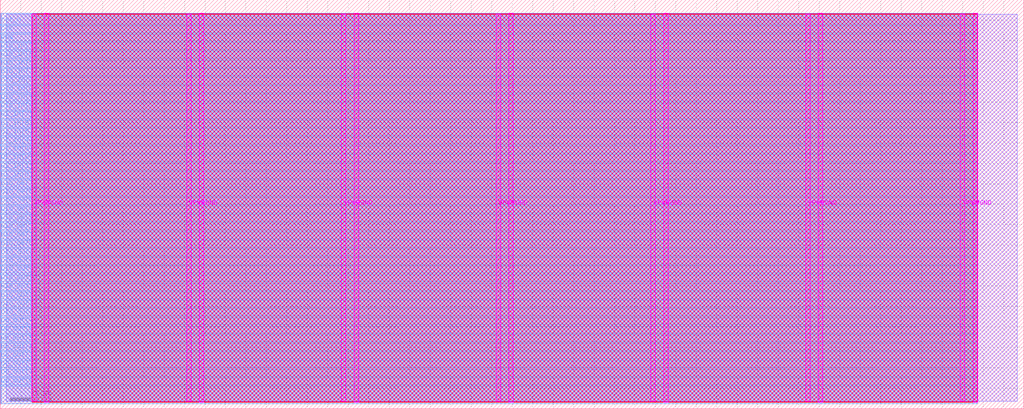
<source format=lef>
VERSION 5.7 ;
  NOWIREEXTENSIONATPIN ON ;
  DIVIDERCHAR "/" ;
  BUSBITCHARS "[]" ;
MACRO heichips25_SDR
  CLASS BLOCK ;
  FOREIGN heichips25_SDR ;
  ORIGIN 0.000 0.000 ;
  SIZE 500.000 BY 200.000 ;
  PIN VGND
    DIRECTION INOUT ;
    USE GROUND ;
    PORT
      LAYER TopMetal1 ;
        RECT 21.580 3.150 23.780 193.410 ;
    END
    PORT
      LAYER TopMetal1 ;
        RECT 97.180 3.150 99.380 193.410 ;
    END
    PORT
      LAYER TopMetal1 ;
        RECT 172.780 3.150 174.980 193.410 ;
    END
    PORT
      LAYER TopMetal1 ;
        RECT 248.380 3.150 250.580 193.410 ;
    END
    PORT
      LAYER TopMetal1 ;
        RECT 323.980 3.150 326.180 193.410 ;
    END
    PORT
      LAYER TopMetal1 ;
        RECT 399.580 3.150 401.780 193.410 ;
    END
    PORT
      LAYER TopMetal1 ;
        RECT 475.180 3.150 477.380 193.410 ;
    END
  END VGND
  PIN VPWR
    DIRECTION INOUT ;
    USE POWER ;
    PORT
      LAYER TopMetal1 ;
        RECT 15.380 3.560 17.580 193.000 ;
    END
    PORT
      LAYER TopMetal1 ;
        RECT 90.980 3.560 93.180 193.000 ;
    END
    PORT
      LAYER TopMetal1 ;
        RECT 166.580 3.560 168.780 193.000 ;
    END
    PORT
      LAYER TopMetal1 ;
        RECT 242.180 3.560 244.380 193.000 ;
    END
    PORT
      LAYER TopMetal1 ;
        RECT 317.780 3.560 319.980 193.000 ;
    END
    PORT
      LAYER TopMetal1 ;
        RECT 393.380 3.560 395.580 193.000 ;
    END
    PORT
      LAYER TopMetal1 ;
        RECT 468.980 3.560 471.180 193.000 ;
    END
  END VPWR
  PIN clk
    DIRECTION INPUT ;
    USE SIGNAL ;
    ANTENNAGATEAREA 0.725400 ;
    PORT
      LAYER Metal3 ;
        RECT 0.000 183.340 0.400 183.740 ;
    END
  END clk
  PIN ena
    DIRECTION INPUT ;
    USE SIGNAL ;
    PORT
      LAYER Metal3 ;
        RECT 0.000 179.140 0.400 179.540 ;
    END
  END ena
  PIN rst_n
    DIRECTION INPUT ;
    USE SIGNAL ;
    ANTENNAGATEAREA 0.725400 ;
    PORT
      LAYER Metal3 ;
        RECT 0.000 187.540 0.400 187.940 ;
    END
  END rst_n
  PIN ui_in[0]
    DIRECTION INPUT ;
    USE SIGNAL ;
    ANTENNAGATEAREA 0.180700 ;
    PORT
      LAYER Metal3 ;
        RECT 0.000 111.940 0.400 112.340 ;
    END
  END ui_in[0]
  PIN ui_in[1]
    DIRECTION INPUT ;
    USE SIGNAL ;
    ANTENNAGATEAREA 0.180700 ;
    PORT
      LAYER Metal3 ;
        RECT 0.000 116.140 0.400 116.540 ;
    END
  END ui_in[1]
  PIN ui_in[2]
    DIRECTION INPUT ;
    USE SIGNAL ;
    ANTENNAGATEAREA 0.180700 ;
    PORT
      LAYER Metal3 ;
        RECT 0.000 120.340 0.400 120.740 ;
    END
  END ui_in[2]
  PIN ui_in[3]
    DIRECTION INPUT ;
    USE SIGNAL ;
    ANTENNAGATEAREA 0.180700 ;
    PORT
      LAYER Metal3 ;
        RECT 0.000 124.540 0.400 124.940 ;
    END
  END ui_in[3]
  PIN ui_in[4]
    DIRECTION INPUT ;
    USE SIGNAL ;
    ANTENNAGATEAREA 0.180700 ;
    PORT
      LAYER Metal3 ;
        RECT 0.000 128.740 0.400 129.140 ;
    END
  END ui_in[4]
  PIN ui_in[5]
    DIRECTION INPUT ;
    USE SIGNAL ;
    ANTENNAGATEAREA 0.180700 ;
    PORT
      LAYER Metal3 ;
        RECT 0.000 132.940 0.400 133.340 ;
    END
  END ui_in[5]
  PIN ui_in[6]
    DIRECTION INPUT ;
    USE SIGNAL ;
    ANTENNAGATEAREA 0.180700 ;
    PORT
      LAYER Metal3 ;
        RECT 0.000 137.140 0.400 137.540 ;
    END
  END ui_in[6]
  PIN ui_in[7]
    DIRECTION INPUT ;
    USE SIGNAL ;
    ANTENNAGATEAREA 0.180700 ;
    PORT
      LAYER Metal3 ;
        RECT 0.000 141.340 0.400 141.740 ;
    END
  END ui_in[7]
  PIN uio_in[0]
    DIRECTION INPUT ;
    USE SIGNAL ;
    ANTENNAGATEAREA 0.180700 ;
    PORT
      LAYER Metal3 ;
        RECT 0.000 145.540 0.400 145.940 ;
    END
  END uio_in[0]
  PIN uio_in[1]
    DIRECTION INPUT ;
    USE SIGNAL ;
    ANTENNAGATEAREA 0.180700 ;
    PORT
      LAYER Metal3 ;
        RECT 0.000 149.740 0.400 150.140 ;
    END
  END uio_in[1]
  PIN uio_in[2]
    DIRECTION INPUT ;
    USE SIGNAL ;
    ANTENNAGATEAREA 0.180700 ;
    PORT
      LAYER Metal3 ;
        RECT 0.000 153.940 0.400 154.340 ;
    END
  END uio_in[2]
  PIN uio_in[3]
    DIRECTION INPUT ;
    USE SIGNAL ;
    ANTENNAGATEAREA 0.180700 ;
    PORT
      LAYER Metal3 ;
        RECT 0.000 158.140 0.400 158.540 ;
    END
  END uio_in[3]
  PIN uio_in[4]
    DIRECTION INPUT ;
    USE SIGNAL ;
    ANTENNAGATEAREA 0.180700 ;
    PORT
      LAYER Metal3 ;
        RECT 0.000 162.340 0.400 162.740 ;
    END
  END uio_in[4]
  PIN uio_in[5]
    DIRECTION INPUT ;
    USE SIGNAL ;
    ANTENNAGATEAREA 0.180700 ;
    PORT
      LAYER Metal3 ;
        RECT 0.000 166.540 0.400 166.940 ;
    END
  END uio_in[5]
  PIN uio_in[6]
    DIRECTION INPUT ;
    USE SIGNAL ;
    ANTENNAGATEAREA 0.180700 ;
    PORT
      LAYER Metal3 ;
        RECT 0.000 170.740 0.400 171.140 ;
    END
  END uio_in[6]
  PIN uio_in[7]
    DIRECTION INPUT ;
    USE SIGNAL ;
    ANTENNAGATEAREA 0.180700 ;
    PORT
      LAYER Metal3 ;
        RECT 0.000 174.940 0.400 175.340 ;
    END
  END uio_in[7]
  PIN uio_oe[0]
    DIRECTION OUTPUT ;
    USE SIGNAL ;
    ANTENNADIFFAREA 0.392700 ;
    PORT
      LAYER Metal3 ;
        RECT 0.000 78.340 0.400 78.740 ;
    END
  END uio_oe[0]
  PIN uio_oe[1]
    DIRECTION OUTPUT ;
    USE SIGNAL ;
    ANTENNADIFFAREA 0.392700 ;
    PORT
      LAYER Metal3 ;
        RECT 0.000 82.540 0.400 82.940 ;
    END
  END uio_oe[1]
  PIN uio_oe[2]
    DIRECTION OUTPUT ;
    USE SIGNAL ;
    ANTENNADIFFAREA 0.392700 ;
    PORT
      LAYER Metal3 ;
        RECT 0.000 86.740 0.400 87.140 ;
    END
  END uio_oe[2]
  PIN uio_oe[3]
    DIRECTION OUTPUT ;
    USE SIGNAL ;
    ANTENNADIFFAREA 0.392700 ;
    PORT
      LAYER Metal3 ;
        RECT 0.000 90.940 0.400 91.340 ;
    END
  END uio_oe[3]
  PIN uio_oe[4]
    DIRECTION OUTPUT ;
    USE SIGNAL ;
    ANTENNADIFFAREA 0.392700 ;
    PORT
      LAYER Metal3 ;
        RECT 0.000 95.140 0.400 95.540 ;
    END
  END uio_oe[4]
  PIN uio_oe[5]
    DIRECTION OUTPUT ;
    USE SIGNAL ;
    ANTENNADIFFAREA 0.392700 ;
    PORT
      LAYER Metal3 ;
        RECT 0.000 99.340 0.400 99.740 ;
    END
  END uio_oe[5]
  PIN uio_oe[6]
    DIRECTION OUTPUT ;
    USE SIGNAL ;
    ANTENNADIFFAREA 0.392700 ;
    PORT
      LAYER Metal3 ;
        RECT 0.000 103.540 0.400 103.940 ;
    END
  END uio_oe[6]
  PIN uio_oe[7]
    DIRECTION OUTPUT ;
    USE SIGNAL ;
    ANTENNADIFFAREA 0.392700 ;
    PORT
      LAYER Metal3 ;
        RECT 0.000 107.740 0.400 108.140 ;
    END
  END uio_oe[7]
  PIN uio_out[0]
    DIRECTION OUTPUT ;
    USE SIGNAL ;
    ANTENNADIFFAREA 0.708600 ;
    PORT
      LAYER Metal3 ;
        RECT 0.000 44.740 0.400 45.140 ;
    END
  END uio_out[0]
  PIN uio_out[1]
    DIRECTION OUTPUT ;
    USE SIGNAL ;
    ANTENNADIFFAREA 0.708600 ;
    PORT
      LAYER Metal3 ;
        RECT 0.000 48.940 0.400 49.340 ;
    END
  END uio_out[1]
  PIN uio_out[2]
    DIRECTION OUTPUT ;
    USE SIGNAL ;
    ANTENNADIFFAREA 0.708600 ;
    PORT
      LAYER Metal3 ;
        RECT 0.000 53.140 0.400 53.540 ;
    END
  END uio_out[2]
  PIN uio_out[3]
    DIRECTION OUTPUT ;
    USE SIGNAL ;
    ANTENNADIFFAREA 0.708600 ;
    PORT
      LAYER Metal3 ;
        RECT 0.000 57.340 0.400 57.740 ;
    END
  END uio_out[3]
  PIN uio_out[4]
    DIRECTION OUTPUT ;
    USE SIGNAL ;
    ANTENNADIFFAREA 0.708600 ;
    PORT
      LAYER Metal3 ;
        RECT 0.000 61.540 0.400 61.940 ;
    END
  END uio_out[4]
  PIN uio_out[5]
    DIRECTION OUTPUT ;
    USE SIGNAL ;
    ANTENNADIFFAREA 0.708600 ;
    PORT
      LAYER Metal3 ;
        RECT 0.000 65.740 0.400 66.140 ;
    END
  END uio_out[5]
  PIN uio_out[6]
    DIRECTION OUTPUT ;
    USE SIGNAL ;
    ANTENNADIFFAREA 0.708600 ;
    PORT
      LAYER Metal3 ;
        RECT 0.000 69.940 0.400 70.340 ;
    END
  END uio_out[6]
  PIN uio_out[7]
    DIRECTION OUTPUT ;
    USE SIGNAL ;
    ANTENNADIFFAREA 0.708600 ;
    PORT
      LAYER Metal3 ;
        RECT 0.000 74.140 0.400 74.540 ;
    END
  END uio_out[7]
  PIN uo_out[0]
    DIRECTION OUTPUT ;
    USE SIGNAL ;
    ANTENNADIFFAREA 0.708600 ;
    PORT
      LAYER Metal3 ;
        RECT 0.000 11.140 0.400 11.540 ;
    END
  END uo_out[0]
  PIN uo_out[1]
    DIRECTION OUTPUT ;
    USE SIGNAL ;
    ANTENNADIFFAREA 0.708600 ;
    PORT
      LAYER Metal3 ;
        RECT 0.000 15.340 0.400 15.740 ;
    END
  END uo_out[1]
  PIN uo_out[2]
    DIRECTION OUTPUT ;
    USE SIGNAL ;
    ANTENNADIFFAREA 0.708600 ;
    PORT
      LAYER Metal3 ;
        RECT 0.000 19.540 0.400 19.940 ;
    END
  END uo_out[2]
  PIN uo_out[3]
    DIRECTION OUTPUT ;
    USE SIGNAL ;
    ANTENNADIFFAREA 0.708600 ;
    PORT
      LAYER Metal3 ;
        RECT 0.000 23.740 0.400 24.140 ;
    END
  END uo_out[3]
  PIN uo_out[4]
    DIRECTION OUTPUT ;
    USE SIGNAL ;
    ANTENNADIFFAREA 0.708600 ;
    PORT
      LAYER Metal3 ;
        RECT 0.000 27.940 0.400 28.340 ;
    END
  END uo_out[4]
  PIN uo_out[5]
    DIRECTION OUTPUT ;
    USE SIGNAL ;
    ANTENNADIFFAREA 0.708600 ;
    PORT
      LAYER Metal3 ;
        RECT 0.000 32.140 0.400 32.540 ;
    END
  END uo_out[5]
  PIN uo_out[6]
    DIRECTION OUTPUT ;
    USE SIGNAL ;
    ANTENNADIFFAREA 0.708600 ;
    PORT
      LAYER Metal3 ;
        RECT 0.000 36.340 0.400 36.740 ;
    END
  END uo_out[6]
  PIN uo_out[7]
    DIRECTION OUTPUT ;
    USE SIGNAL ;
    ANTENNADIFFAREA 0.708600 ;
    PORT
      LAYER Metal3 ;
        RECT 0.000 40.540 0.400 40.940 ;
    END
  END uo_out[7]
  OBS
      LAYER GatPoly ;
        RECT 2.880 3.630 496.800 192.930 ;
      LAYER Metal1 ;
        RECT 2.880 3.560 496.800 193.000 ;
      LAYER Metal2 ;
        RECT 0.375 2.375 477.200 193.345 ;
      LAYER Metal3 ;
        RECT 0.335 188.150 477.245 193.300 ;
        RECT 0.610 187.330 477.245 188.150 ;
        RECT 0.335 183.950 477.245 187.330 ;
        RECT 0.610 183.130 477.245 183.950 ;
        RECT 0.335 179.750 477.245 183.130 ;
        RECT 0.610 178.930 477.245 179.750 ;
        RECT 0.335 175.550 477.245 178.930 ;
        RECT 0.610 174.730 477.245 175.550 ;
        RECT 0.335 171.350 477.245 174.730 ;
        RECT 0.610 170.530 477.245 171.350 ;
        RECT 0.335 167.150 477.245 170.530 ;
        RECT 0.610 166.330 477.245 167.150 ;
        RECT 0.335 162.950 477.245 166.330 ;
        RECT 0.610 162.130 477.245 162.950 ;
        RECT 0.335 158.750 477.245 162.130 ;
        RECT 0.610 157.930 477.245 158.750 ;
        RECT 0.335 154.550 477.245 157.930 ;
        RECT 0.610 153.730 477.245 154.550 ;
        RECT 0.335 150.350 477.245 153.730 ;
        RECT 0.610 149.530 477.245 150.350 ;
        RECT 0.335 146.150 477.245 149.530 ;
        RECT 0.610 145.330 477.245 146.150 ;
        RECT 0.335 141.950 477.245 145.330 ;
        RECT 0.610 141.130 477.245 141.950 ;
        RECT 0.335 137.750 477.245 141.130 ;
        RECT 0.610 136.930 477.245 137.750 ;
        RECT 0.335 133.550 477.245 136.930 ;
        RECT 0.610 132.730 477.245 133.550 ;
        RECT 0.335 129.350 477.245 132.730 ;
        RECT 0.610 128.530 477.245 129.350 ;
        RECT 0.335 125.150 477.245 128.530 ;
        RECT 0.610 124.330 477.245 125.150 ;
        RECT 0.335 120.950 477.245 124.330 ;
        RECT 0.610 120.130 477.245 120.950 ;
        RECT 0.335 116.750 477.245 120.130 ;
        RECT 0.610 115.930 477.245 116.750 ;
        RECT 0.335 112.550 477.245 115.930 ;
        RECT 0.610 111.730 477.245 112.550 ;
        RECT 0.335 108.350 477.245 111.730 ;
        RECT 0.610 107.530 477.245 108.350 ;
        RECT 0.335 104.150 477.245 107.530 ;
        RECT 0.610 103.330 477.245 104.150 ;
        RECT 0.335 99.950 477.245 103.330 ;
        RECT 0.610 99.130 477.245 99.950 ;
        RECT 0.335 95.750 477.245 99.130 ;
        RECT 0.610 94.930 477.245 95.750 ;
        RECT 0.335 91.550 477.245 94.930 ;
        RECT 0.610 90.730 477.245 91.550 ;
        RECT 0.335 87.350 477.245 90.730 ;
        RECT 0.610 86.530 477.245 87.350 ;
        RECT 0.335 83.150 477.245 86.530 ;
        RECT 0.610 82.330 477.245 83.150 ;
        RECT 0.335 78.950 477.245 82.330 ;
        RECT 0.610 78.130 477.245 78.950 ;
        RECT 0.335 74.750 477.245 78.130 ;
        RECT 0.610 73.930 477.245 74.750 ;
        RECT 0.335 70.550 477.245 73.930 ;
        RECT 0.610 69.730 477.245 70.550 ;
        RECT 0.335 66.350 477.245 69.730 ;
        RECT 0.610 65.530 477.245 66.350 ;
        RECT 0.335 62.150 477.245 65.530 ;
        RECT 0.610 61.330 477.245 62.150 ;
        RECT 0.335 57.950 477.245 61.330 ;
        RECT 0.610 57.130 477.245 57.950 ;
        RECT 0.335 53.750 477.245 57.130 ;
        RECT 0.610 52.930 477.245 53.750 ;
        RECT 0.335 49.550 477.245 52.930 ;
        RECT 0.610 48.730 477.245 49.550 ;
        RECT 0.335 45.350 477.245 48.730 ;
        RECT 0.610 44.530 477.245 45.350 ;
        RECT 0.335 41.150 477.245 44.530 ;
        RECT 0.610 40.330 477.245 41.150 ;
        RECT 0.335 36.950 477.245 40.330 ;
        RECT 0.610 36.130 477.245 36.950 ;
        RECT 0.335 32.750 477.245 36.130 ;
        RECT 0.610 31.930 477.245 32.750 ;
        RECT 0.335 28.550 477.245 31.930 ;
        RECT 0.610 27.730 477.245 28.550 ;
        RECT 0.335 24.350 477.245 27.730 ;
        RECT 0.610 23.530 477.245 24.350 ;
        RECT 0.335 20.150 477.245 23.530 ;
        RECT 0.610 19.330 477.245 20.150 ;
        RECT 0.335 15.950 477.245 19.330 ;
        RECT 0.610 15.130 477.245 15.950 ;
        RECT 0.335 11.750 477.245 15.130 ;
        RECT 0.610 10.930 477.245 11.750 ;
        RECT 0.335 2.420 477.245 10.930 ;
      LAYER Metal4 ;
        RECT 15.560 3.215 477.200 192.925 ;
      LAYER Metal5 ;
        RECT 15.515 3.470 477.245 193.090 ;
  END
END heichips25_SDR
END LIBRARY


</source>
